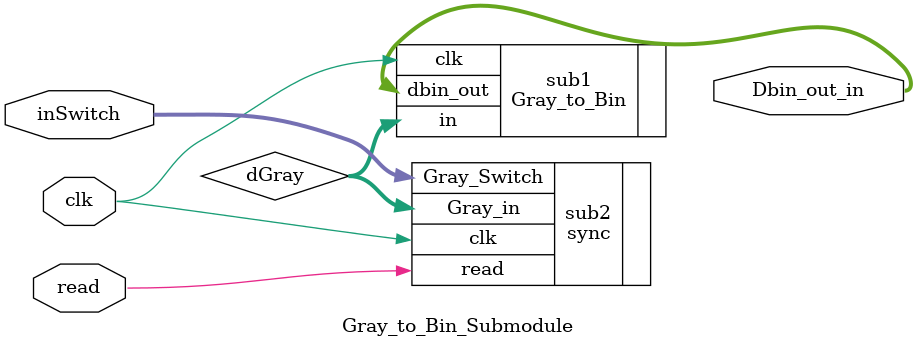
<source format=sv>
`timescale 1ns / 1ps

module Gray_to_Bin_Submodule(input logic clk,
                             input logic read,
                             input logic [3:0] inSwitch,
                             output logic [3:0] Dbin_out_in);
               
    
    wire [3:0] dGray;

 
    //Conexión de los subsubmodulos
    Gray_to_Bin sub1 (.in(dGray),.clk(clk),.dbin_out(Dbin_out_in));
    sync sub2 (.clk(clk),.read(read), .Gray_Switch(inSwitch),.Gray_in(dGray));
    
    
    
endmodule

</source>
